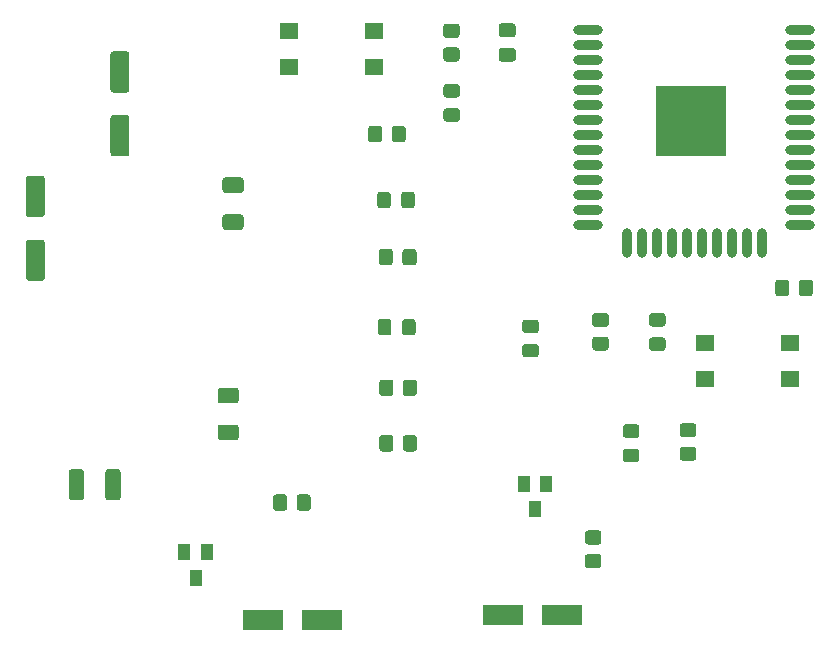
<source format=gbr>
%TF.GenerationSoftware,KiCad,Pcbnew,(5.1.12)-1*%
%TF.CreationDate,2022-01-20T18:26:47-05:00*%
%TF.ProjectId,PCB-ESP32S,5043422d-4553-4503-9332-532e6b696361,rev?*%
%TF.SameCoordinates,Original*%
%TF.FileFunction,Paste,Top*%
%TF.FilePolarity,Positive*%
%FSLAX46Y46*%
G04 Gerber Fmt 4.6, Leading zero omitted, Abs format (unit mm)*
G04 Created by KiCad (PCBNEW (5.1.12)-1) date 2022-01-20 18:26:47*
%MOMM*%
%LPD*%
G01*
G04 APERTURE LIST*
%ADD10R,1.600000X1.400000*%
%ADD11R,1.000000X1.400000*%
%ADD12R,3.500000X1.800000*%
%ADD13R,6.000000X6.000000*%
%ADD14O,2.500000X0.900000*%
%ADD15O,0.900000X2.500000*%
G04 APERTURE END LIST*
%TO.C,D6*%
G36*
G01*
X146941119Y-93474960D02*
X147841121Y-93474960D01*
G75*
G02*
X148091120Y-93724959I0J-249999D01*
G01*
X148091120Y-94374961D01*
G75*
G02*
X147841121Y-94624960I-249999J0D01*
G01*
X146941119Y-94624960D01*
G75*
G02*
X146691120Y-94374961I0J249999D01*
G01*
X146691120Y-93724959D01*
G75*
G02*
X146941119Y-93474960I249999J0D01*
G01*
G37*
G36*
G01*
X146941119Y-91424960D02*
X147841121Y-91424960D01*
G75*
G02*
X148091120Y-91674959I0J-249999D01*
G01*
X148091120Y-92324961D01*
G75*
G02*
X147841121Y-92574960I-249999J0D01*
G01*
X146941119Y-92574960D01*
G75*
G02*
X146691120Y-92324961I0J249999D01*
G01*
X146691120Y-91674959D01*
G75*
G02*
X146941119Y-91424960I249999J0D01*
G01*
G37*
%TD*%
%TO.C,R5*%
G36*
G01*
X111390000Y-106485001D02*
X111390000Y-104334999D01*
G75*
G02*
X111639999Y-104085000I249999J0D01*
G01*
X112440001Y-104085000D01*
G75*
G02*
X112690000Y-104334999I0J-249999D01*
G01*
X112690000Y-106485001D01*
G75*
G02*
X112440001Y-106735000I-249999J0D01*
G01*
X111639999Y-106735000D01*
G75*
G02*
X111390000Y-106485001I0J249999D01*
G01*
G37*
G36*
G01*
X108290000Y-106485001D02*
X108290000Y-104334999D01*
G75*
G02*
X108539999Y-104085000I249999J0D01*
G01*
X109340001Y-104085000D01*
G75*
G02*
X109590000Y-104334999I0J-249999D01*
G01*
X109590000Y-106485001D01*
G75*
G02*
X109340001Y-106735000I-249999J0D01*
G01*
X108539999Y-106735000D01*
G75*
G02*
X108290000Y-106485001I0J249999D01*
G01*
G37*
%TD*%
%TO.C,Cdes1*%
G36*
G01*
X145890000Y-67516500D02*
X144940000Y-67516500D01*
G75*
G02*
X144690000Y-67266500I0J250000D01*
G01*
X144690000Y-66591500D01*
G75*
G02*
X144940000Y-66341500I250000J0D01*
G01*
X145890000Y-66341500D01*
G75*
G02*
X146140000Y-66591500I0J-250000D01*
G01*
X146140000Y-67266500D01*
G75*
G02*
X145890000Y-67516500I-250000J0D01*
G01*
G37*
G36*
G01*
X145890000Y-69591500D02*
X144940000Y-69591500D01*
G75*
G02*
X144690000Y-69341500I0J250000D01*
G01*
X144690000Y-68666500D01*
G75*
G02*
X144940000Y-68416500I250000J0D01*
G01*
X145890000Y-68416500D01*
G75*
G02*
X146140000Y-68666500I0J-250000D01*
G01*
X146140000Y-69341500D01*
G75*
G02*
X145890000Y-69591500I-250000J0D01*
G01*
G37*
%TD*%
D10*
%TO.C,SW2*%
X162141800Y-96418400D03*
X169341800Y-96418400D03*
X162141800Y-93418400D03*
X169341800Y-93418400D03*
%TD*%
%TO.C,SW1*%
X126956000Y-70003800D03*
X134156000Y-70003800D03*
X126956000Y-67003800D03*
X134156000Y-67003800D03*
%TD*%
D11*
%TO.C,Q3*%
X119974400Y-111076560D03*
X118074400Y-111076560D03*
X119024400Y-113276560D03*
%TD*%
%TO.C,Q2*%
X148706880Y-105300600D03*
X146806880Y-105300600D03*
X147756880Y-107500600D03*
%TD*%
%TO.C,D2*%
G36*
G01*
X157675159Y-92921240D02*
X158575161Y-92921240D01*
G75*
G02*
X158825160Y-93171239I0J-249999D01*
G01*
X158825160Y-93821241D01*
G75*
G02*
X158575161Y-94071240I-249999J0D01*
G01*
X157675159Y-94071240D01*
G75*
G02*
X157425160Y-93821241I0J249999D01*
G01*
X157425160Y-93171239D01*
G75*
G02*
X157675159Y-92921240I249999J0D01*
G01*
G37*
G36*
G01*
X157675159Y-90871240D02*
X158575161Y-90871240D01*
G75*
G02*
X158825160Y-91121239I0J-249999D01*
G01*
X158825160Y-91771241D01*
G75*
G02*
X158575161Y-92021240I-249999J0D01*
G01*
X157675159Y-92021240D01*
G75*
G02*
X157425160Y-91771241I0J249999D01*
G01*
X157425160Y-91121239D01*
G75*
G02*
X157675159Y-90871240I249999J0D01*
G01*
G37*
%TD*%
%TO.C,D1*%
G36*
G01*
X141166001Y-72625800D02*
X140265999Y-72625800D01*
G75*
G02*
X140016000Y-72375801I0J249999D01*
G01*
X140016000Y-71725799D01*
G75*
G02*
X140265999Y-71475800I249999J0D01*
G01*
X141166001Y-71475800D01*
G75*
G02*
X141416000Y-71725799I0J-249999D01*
G01*
X141416000Y-72375801D01*
G75*
G02*
X141166001Y-72625800I-249999J0D01*
G01*
G37*
G36*
G01*
X141166001Y-74675800D02*
X140265999Y-74675800D01*
G75*
G02*
X140016000Y-74425801I0J249999D01*
G01*
X140016000Y-73775799D01*
G75*
G02*
X140265999Y-73525800I249999J0D01*
G01*
X141166001Y-73525800D01*
G75*
G02*
X141416000Y-73775799I0J-249999D01*
G01*
X141416000Y-74425801D01*
G75*
G02*
X141166001Y-74675800I-249999J0D01*
G01*
G37*
%TD*%
%TO.C,D3*%
G36*
G01*
X136507640Y-92514841D02*
X136507640Y-91614839D01*
G75*
G02*
X136757639Y-91364840I249999J0D01*
G01*
X137407641Y-91364840D01*
G75*
G02*
X137657640Y-91614839I0J-249999D01*
G01*
X137657640Y-92514841D01*
G75*
G02*
X137407641Y-92764840I-249999J0D01*
G01*
X136757639Y-92764840D01*
G75*
G02*
X136507640Y-92514841I0J249999D01*
G01*
G37*
G36*
G01*
X134457640Y-92514841D02*
X134457640Y-91614839D01*
G75*
G02*
X134707639Y-91364840I249999J0D01*
G01*
X135357641Y-91364840D01*
G75*
G02*
X135607640Y-91614839I0J-249999D01*
G01*
X135607640Y-92514841D01*
G75*
G02*
X135357641Y-92764840I-249999J0D01*
G01*
X134707639Y-92764840D01*
G75*
G02*
X134457640Y-92514841I0J249999D01*
G01*
G37*
%TD*%
%TO.C,C5*%
G36*
G01*
X122849402Y-80710200D02*
X121549398Y-80710200D01*
G75*
G02*
X121299400Y-80460202I0J249998D01*
G01*
X121299400Y-79635198D01*
G75*
G02*
X121549398Y-79385200I249998J0D01*
G01*
X122849402Y-79385200D01*
G75*
G02*
X123099400Y-79635198I0J-249998D01*
G01*
X123099400Y-80460202D01*
G75*
G02*
X122849402Y-80710200I-249998J0D01*
G01*
G37*
G36*
G01*
X122849402Y-83835200D02*
X121549398Y-83835200D01*
G75*
G02*
X121299400Y-83585202I0J249998D01*
G01*
X121299400Y-82760198D01*
G75*
G02*
X121549398Y-82510200I249998J0D01*
G01*
X122849402Y-82510200D01*
G75*
G02*
X123099400Y-82760198I0J-249998D01*
G01*
X123099400Y-83585202D01*
G75*
G02*
X122849402Y-83835200I-249998J0D01*
G01*
G37*
%TD*%
%TO.C,C3*%
G36*
G01*
X113173600Y-72202000D02*
X112073600Y-72202000D01*
G75*
G02*
X111823600Y-71952000I0J250000D01*
G01*
X111823600Y-68952000D01*
G75*
G02*
X112073600Y-68702000I250000J0D01*
G01*
X113173600Y-68702000D01*
G75*
G02*
X113423600Y-68952000I0J-250000D01*
G01*
X113423600Y-71952000D01*
G75*
G02*
X113173600Y-72202000I-250000J0D01*
G01*
G37*
G36*
G01*
X113173600Y-77602000D02*
X112073600Y-77602000D01*
G75*
G02*
X111823600Y-77352000I0J250000D01*
G01*
X111823600Y-74352000D01*
G75*
G02*
X112073600Y-74102000I250000J0D01*
G01*
X113173600Y-74102000D01*
G75*
G02*
X113423600Y-74352000I0J-250000D01*
G01*
X113423600Y-77352000D01*
G75*
G02*
X113173600Y-77602000I-250000J0D01*
G01*
G37*
%TD*%
%TO.C,C4*%
G36*
G01*
X122443002Y-98515600D02*
X121142998Y-98515600D01*
G75*
G02*
X120893000Y-98265602I0J249998D01*
G01*
X120893000Y-97440598D01*
G75*
G02*
X121142998Y-97190600I249998J0D01*
G01*
X122443002Y-97190600D01*
G75*
G02*
X122693000Y-97440598I0J-249998D01*
G01*
X122693000Y-98265602D01*
G75*
G02*
X122443002Y-98515600I-249998J0D01*
G01*
G37*
G36*
G01*
X122443002Y-101640600D02*
X121142998Y-101640600D01*
G75*
G02*
X120893000Y-101390602I0J249998D01*
G01*
X120893000Y-100565598D01*
G75*
G02*
X121142998Y-100315600I249998J0D01*
G01*
X122443002Y-100315600D01*
G75*
G02*
X122693000Y-100565598I0J-249998D01*
G01*
X122693000Y-101390602D01*
G75*
G02*
X122443002Y-101640600I-249998J0D01*
G01*
G37*
%TD*%
%TO.C,C2*%
G36*
G01*
X106010800Y-82743000D02*
X104910800Y-82743000D01*
G75*
G02*
X104660800Y-82493000I0J250000D01*
G01*
X104660800Y-79493000D01*
G75*
G02*
X104910800Y-79243000I250000J0D01*
G01*
X106010800Y-79243000D01*
G75*
G02*
X106260800Y-79493000I0J-250000D01*
G01*
X106260800Y-82493000D01*
G75*
G02*
X106010800Y-82743000I-250000J0D01*
G01*
G37*
G36*
G01*
X106010800Y-88143000D02*
X104910800Y-88143000D01*
G75*
G02*
X104660800Y-87893000I0J250000D01*
G01*
X104660800Y-84893000D01*
G75*
G02*
X104910800Y-84643000I250000J0D01*
G01*
X106010800Y-84643000D01*
G75*
G02*
X106260800Y-84893000I0J-250000D01*
G01*
X106260800Y-87893000D01*
G75*
G02*
X106010800Y-88143000I-250000J0D01*
G01*
G37*
%TD*%
%TO.C,R4*%
G36*
G01*
X153759321Y-92056000D02*
X152859319Y-92056000D01*
G75*
G02*
X152609320Y-91806001I0J249999D01*
G01*
X152609320Y-91105999D01*
G75*
G02*
X152859319Y-90856000I249999J0D01*
G01*
X153759321Y-90856000D01*
G75*
G02*
X154009320Y-91105999I0J-249999D01*
G01*
X154009320Y-91806001D01*
G75*
G02*
X153759321Y-92056000I-249999J0D01*
G01*
G37*
G36*
G01*
X153759321Y-94056000D02*
X152859319Y-94056000D01*
G75*
G02*
X152609320Y-93806001I0J249999D01*
G01*
X152609320Y-93105999D01*
G75*
G02*
X152859319Y-92856000I249999J0D01*
G01*
X153759321Y-92856000D01*
G75*
G02*
X154009320Y-93105999I0J-249999D01*
G01*
X154009320Y-93806001D01*
G75*
G02*
X153759321Y-94056000I-249999J0D01*
G01*
G37*
%TD*%
%TO.C,R2*%
G36*
G01*
X141140601Y-67570400D02*
X140240599Y-67570400D01*
G75*
G02*
X139990600Y-67320401I0J249999D01*
G01*
X139990600Y-66620399D01*
G75*
G02*
X140240599Y-66370400I249999J0D01*
G01*
X141140601Y-66370400D01*
G75*
G02*
X141390600Y-66620399I0J-249999D01*
G01*
X141390600Y-67320401D01*
G75*
G02*
X141140601Y-67570400I-249999J0D01*
G01*
G37*
G36*
G01*
X141140601Y-69570400D02*
X140240599Y-69570400D01*
G75*
G02*
X139990600Y-69320401I0J249999D01*
G01*
X139990600Y-68620399D01*
G75*
G02*
X140240599Y-68370400I249999J0D01*
G01*
X141140601Y-68370400D01*
G75*
G02*
X141390600Y-68620399I0J-249999D01*
G01*
X141390600Y-69320401D01*
G75*
G02*
X141140601Y-69570400I-249999J0D01*
G01*
G37*
%TD*%
%TO.C,R7*%
G36*
G01*
X136538920Y-86581401D02*
X136538920Y-85681399D01*
G75*
G02*
X136788919Y-85431400I249999J0D01*
G01*
X137488921Y-85431400D01*
G75*
G02*
X137738920Y-85681399I0J-249999D01*
G01*
X137738920Y-86581401D01*
G75*
G02*
X137488921Y-86831400I-249999J0D01*
G01*
X136788919Y-86831400D01*
G75*
G02*
X136538920Y-86581401I0J249999D01*
G01*
G37*
G36*
G01*
X134538920Y-86581401D02*
X134538920Y-85681399D01*
G75*
G02*
X134788919Y-85431400I249999J0D01*
G01*
X135488921Y-85431400D01*
G75*
G02*
X135738920Y-85681399I0J-249999D01*
G01*
X135738920Y-86581401D01*
G75*
G02*
X135488921Y-86831400I-249999J0D01*
G01*
X134788919Y-86831400D01*
G75*
G02*
X134538920Y-86581401I0J249999D01*
G01*
G37*
%TD*%
%TO.C,R6*%
G36*
G01*
X136575240Y-97645641D02*
X136575240Y-96745639D01*
G75*
G02*
X136825239Y-96495640I249999J0D01*
G01*
X137525241Y-96495640D01*
G75*
G02*
X137775240Y-96745639I0J-249999D01*
G01*
X137775240Y-97645641D01*
G75*
G02*
X137525241Y-97895640I-249999J0D01*
G01*
X136825239Y-97895640D01*
G75*
G02*
X136575240Y-97645641I0J249999D01*
G01*
G37*
G36*
G01*
X134575240Y-97645641D02*
X134575240Y-96745639D01*
G75*
G02*
X134825239Y-96495640I249999J0D01*
G01*
X135525241Y-96495640D01*
G75*
G02*
X135775240Y-96745639I0J-249999D01*
G01*
X135775240Y-97645641D01*
G75*
G02*
X135525241Y-97895640I-249999J0D01*
G01*
X134825239Y-97895640D01*
G75*
G02*
X134575240Y-97645641I0J249999D01*
G01*
G37*
%TD*%
%TO.C,R11*%
G36*
G01*
X126783640Y-106468759D02*
X126783640Y-107368761D01*
G75*
G02*
X126533641Y-107618760I-249999J0D01*
G01*
X125833639Y-107618760D01*
G75*
G02*
X125583640Y-107368761I0J249999D01*
G01*
X125583640Y-106468759D01*
G75*
G02*
X125833639Y-106218760I249999J0D01*
G01*
X126533641Y-106218760D01*
G75*
G02*
X126783640Y-106468759I0J-249999D01*
G01*
G37*
G36*
G01*
X128783640Y-106468759D02*
X128783640Y-107368761D01*
G75*
G02*
X128533641Y-107618760I-249999J0D01*
G01*
X127833639Y-107618760D01*
G75*
G02*
X127583640Y-107368761I0J249999D01*
G01*
X127583640Y-106468759D01*
G75*
G02*
X127833639Y-106218760I249999J0D01*
G01*
X128533641Y-106218760D01*
G75*
G02*
X128783640Y-106468759I0J-249999D01*
G01*
G37*
%TD*%
%TO.C,R9*%
G36*
G01*
X153139561Y-110471000D02*
X152239559Y-110471000D01*
G75*
G02*
X151989560Y-110221001I0J249999D01*
G01*
X151989560Y-109520999D01*
G75*
G02*
X152239559Y-109271000I249999J0D01*
G01*
X153139561Y-109271000D01*
G75*
G02*
X153389560Y-109520999I0J-249999D01*
G01*
X153389560Y-110221001D01*
G75*
G02*
X153139561Y-110471000I-249999J0D01*
G01*
G37*
G36*
G01*
X153139561Y-112471000D02*
X152239559Y-112471000D01*
G75*
G02*
X151989560Y-112221001I0J249999D01*
G01*
X151989560Y-111520999D01*
G75*
G02*
X152239559Y-111271000I249999J0D01*
G01*
X153139561Y-111271000D01*
G75*
G02*
X153389560Y-111520999I0J-249999D01*
G01*
X153389560Y-112221001D01*
G75*
G02*
X153139561Y-112471000I-249999J0D01*
G01*
G37*
%TD*%
%TO.C,R8*%
G36*
G01*
X160276119Y-102182880D02*
X161176121Y-102182880D01*
G75*
G02*
X161426120Y-102432879I0J-249999D01*
G01*
X161426120Y-103132881D01*
G75*
G02*
X161176121Y-103382880I-249999J0D01*
G01*
X160276119Y-103382880D01*
G75*
G02*
X160026120Y-103132881I0J249999D01*
G01*
X160026120Y-102432879D01*
G75*
G02*
X160276119Y-102182880I249999J0D01*
G01*
G37*
G36*
G01*
X160276119Y-100182880D02*
X161176121Y-100182880D01*
G75*
G02*
X161426120Y-100432879I0J-249999D01*
G01*
X161426120Y-101132881D01*
G75*
G02*
X161176121Y-101382880I-249999J0D01*
G01*
X160276119Y-101382880D01*
G75*
G02*
X160026120Y-101132881I0J249999D01*
G01*
X160026120Y-100432879D01*
G75*
G02*
X160276119Y-100182880I249999J0D01*
G01*
G37*
%TD*%
%TO.C,R10*%
G36*
G01*
X136574480Y-102344641D02*
X136574480Y-101444639D01*
G75*
G02*
X136824479Y-101194640I249999J0D01*
G01*
X137524481Y-101194640D01*
G75*
G02*
X137774480Y-101444639I0J-249999D01*
G01*
X137774480Y-102344641D01*
G75*
G02*
X137524481Y-102594640I-249999J0D01*
G01*
X136824479Y-102594640D01*
G75*
G02*
X136574480Y-102344641I0J249999D01*
G01*
G37*
G36*
G01*
X134574480Y-102344641D02*
X134574480Y-101444639D01*
G75*
G02*
X134824479Y-101194640I249999J0D01*
G01*
X135524481Y-101194640D01*
G75*
G02*
X135774480Y-101444639I0J-249999D01*
G01*
X135774480Y-102344641D01*
G75*
G02*
X135524481Y-102594640I-249999J0D01*
G01*
X134824479Y-102594640D01*
G75*
G02*
X134574480Y-102344641I0J249999D01*
G01*
G37*
%TD*%
%TO.C,R3*%
G36*
G01*
X170102480Y-89192521D02*
X170102480Y-88292519D01*
G75*
G02*
X170352479Y-88042520I249999J0D01*
G01*
X171052481Y-88042520D01*
G75*
G02*
X171302480Y-88292519I0J-249999D01*
G01*
X171302480Y-89192521D01*
G75*
G02*
X171052481Y-89442520I-249999J0D01*
G01*
X170352479Y-89442520D01*
G75*
G02*
X170102480Y-89192521I0J249999D01*
G01*
G37*
G36*
G01*
X168102480Y-89192521D02*
X168102480Y-88292519D01*
G75*
G02*
X168352479Y-88042520I249999J0D01*
G01*
X169052481Y-88042520D01*
G75*
G02*
X169302480Y-88292519I0J-249999D01*
G01*
X169302480Y-89192521D01*
G75*
G02*
X169052481Y-89442520I-249999J0D01*
G01*
X168352479Y-89442520D01*
G75*
G02*
X168102480Y-89192521I0J249999D01*
G01*
G37*
%TD*%
%TO.C,R1*%
G36*
G01*
X134829600Y-75267399D02*
X134829600Y-76167401D01*
G75*
G02*
X134579601Y-76417400I-249999J0D01*
G01*
X133879599Y-76417400D01*
G75*
G02*
X133629600Y-76167401I0J249999D01*
G01*
X133629600Y-75267399D01*
G75*
G02*
X133879599Y-75017400I249999J0D01*
G01*
X134579601Y-75017400D01*
G75*
G02*
X134829600Y-75267399I0J-249999D01*
G01*
G37*
G36*
G01*
X136829600Y-75267399D02*
X136829600Y-76167401D01*
G75*
G02*
X136579601Y-76417400I-249999J0D01*
G01*
X135879599Y-76417400D01*
G75*
G02*
X135629600Y-76167401I0J249999D01*
G01*
X135629600Y-75267399D01*
G75*
G02*
X135879599Y-75017400I249999J0D01*
G01*
X136579601Y-75017400D01*
G75*
G02*
X136829600Y-75267399I0J-249999D01*
G01*
G37*
%TD*%
%TO.C,D4*%
G36*
G01*
X136441600Y-81750321D02*
X136441600Y-80850319D01*
G75*
G02*
X136691599Y-80600320I249999J0D01*
G01*
X137341601Y-80600320D01*
G75*
G02*
X137591600Y-80850319I0J-249999D01*
G01*
X137591600Y-81750321D01*
G75*
G02*
X137341601Y-82000320I-249999J0D01*
G01*
X136691599Y-82000320D01*
G75*
G02*
X136441600Y-81750321I0J249999D01*
G01*
G37*
G36*
G01*
X134391600Y-81750321D02*
X134391600Y-80850319D01*
G75*
G02*
X134641599Y-80600320I249999J0D01*
G01*
X135291601Y-80600320D01*
G75*
G02*
X135541600Y-80850319I0J-249999D01*
G01*
X135541600Y-81750321D01*
G75*
G02*
X135291601Y-82000320I-249999J0D01*
G01*
X134641599Y-82000320D01*
G75*
G02*
X134391600Y-81750321I0J249999D01*
G01*
G37*
%TD*%
D12*
%TO.C,D8*%
X124743840Y-116855240D03*
X129743840Y-116855240D03*
%TD*%
%TO.C,D7*%
X145038440Y-116408200D03*
X150038440Y-116408200D03*
%TD*%
%TO.C,D5*%
G36*
G01*
X155450119Y-102344640D02*
X156350121Y-102344640D01*
G75*
G02*
X156600120Y-102594639I0J-249999D01*
G01*
X156600120Y-103244641D01*
G75*
G02*
X156350121Y-103494640I-249999J0D01*
G01*
X155450119Y-103494640D01*
G75*
G02*
X155200120Y-103244641I0J249999D01*
G01*
X155200120Y-102594639D01*
G75*
G02*
X155450119Y-102344640I249999J0D01*
G01*
G37*
G36*
G01*
X155450119Y-100294640D02*
X156350121Y-100294640D01*
G75*
G02*
X156600120Y-100544639I0J-249999D01*
G01*
X156600120Y-101194641D01*
G75*
G02*
X156350121Y-101444640I-249999J0D01*
G01*
X155450119Y-101444640D01*
G75*
G02*
X155200120Y-101194641I0J249999D01*
G01*
X155200120Y-100544639D01*
G75*
G02*
X155450119Y-100294640I249999J0D01*
G01*
G37*
%TD*%
D13*
%TO.C,U1*%
X160937434Y-74636662D03*
D14*
X152237434Y-66936662D03*
X152237434Y-68206662D03*
X152237434Y-69476662D03*
X152237434Y-70746662D03*
X152237434Y-72016662D03*
X152237434Y-73286662D03*
X152237434Y-74556662D03*
X152237434Y-75826662D03*
X152237434Y-77096662D03*
X152237434Y-78366662D03*
X152237434Y-79636662D03*
X152237434Y-80906662D03*
X152237434Y-82176662D03*
X152237434Y-83446662D03*
D15*
X155522434Y-84936662D03*
X156792434Y-84936662D03*
X158062434Y-84936662D03*
X159332434Y-84936662D03*
X160602434Y-84936662D03*
X161872434Y-84936662D03*
X163142434Y-84936662D03*
X164412434Y-84936662D03*
X165682434Y-84936662D03*
X166952434Y-84936662D03*
D14*
X170237434Y-83446662D03*
X170237434Y-82176662D03*
X170237434Y-80906662D03*
X170237434Y-79636662D03*
X170237434Y-78366662D03*
X170237434Y-77096662D03*
X170237434Y-75826662D03*
X170237434Y-74556662D03*
X170237434Y-73286662D03*
X170237434Y-72016662D03*
X170237434Y-70746662D03*
X170237434Y-69476662D03*
X170237434Y-68206662D03*
X170237434Y-66936662D03*
%TD*%
M02*

</source>
